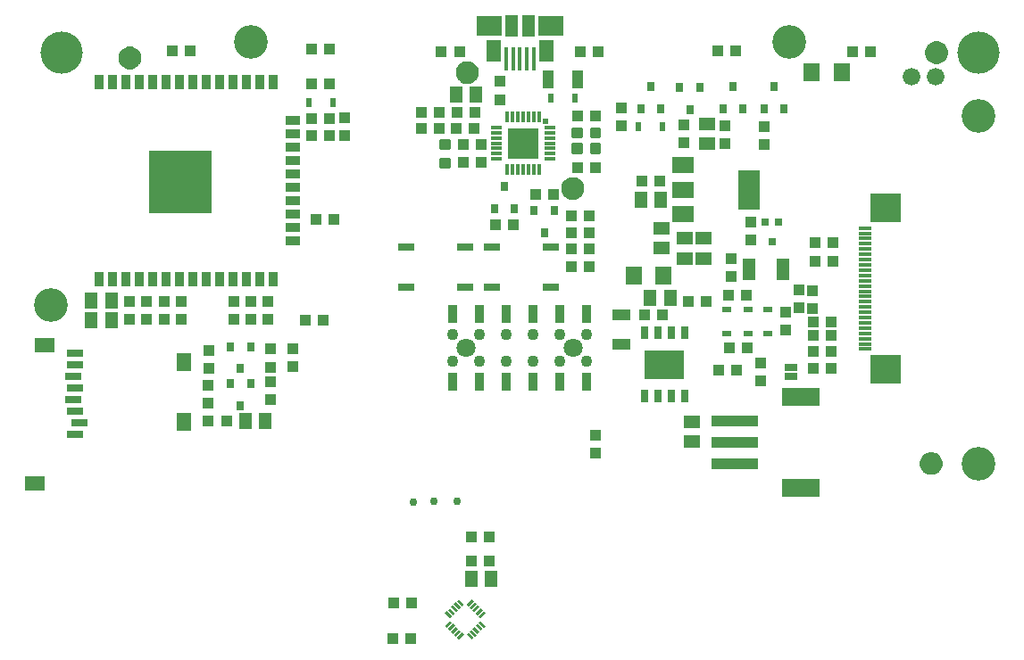
<source format=gts>
G75*
%MOIN*%
%OFA0B0*%
%FSLAX24Y24*%
%IPPOS*%
%LPD*%
%AMOC8*
5,1,8,0,0,1.08239X$1,22.5*
%
%ADD10C,0.1575*%
%ADD11C,0.1260*%
%ADD12C,0.0709*%
%ADD13R,0.0157X0.0413*%
%ADD14R,0.0197X0.0197*%
%ADD15R,0.1181X0.1181*%
%ADD16R,0.0413X0.0157*%
%ADD17R,0.0453X0.0827*%
%ADD18R,0.0177X0.0906*%
%ADD19R,0.0935X0.0748*%
%ADD20R,0.0581X0.0827*%
%ADD21R,0.0512X0.0591*%
%ADD22R,0.0394X0.0709*%
%ADD23R,0.0248X0.0327*%
%ADD24R,0.0315X0.0354*%
%ADD25R,0.0394X0.0433*%
%ADD26R,0.0433X0.0394*%
%ADD27R,0.0276X0.0276*%
%ADD28R,0.0327X0.0248*%
%ADD29R,0.0591X0.0512*%
%ADD30R,0.1181X0.1063*%
%ADD31R,0.0472X0.0118*%
%ADD32R,0.0472X0.0787*%
%ADD33R,0.0787X0.0591*%
%ADD34R,0.0787X0.1496*%
%ADD35R,0.0551X0.0709*%
%ADD36R,0.0748X0.0551*%
%ADD37R,0.0591X0.0315*%
%ADD38C,0.0118*%
%ADD39C,0.0050*%
%ADD40R,0.0354X0.0551*%
%ADD41R,0.0551X0.0354*%
%ADD42R,0.2362X0.2362*%
%ADD43R,0.0630X0.0710*%
%ADD44R,0.0709X0.0394*%
%ADD45R,0.1772X0.0394*%
%ADD46R,0.1417X0.0669*%
%ADD47C,0.0300*%
%ADD48C,0.0660*%
%ADD49R,0.0600X0.0300*%
%ADD50R,0.0354X0.0709*%
%ADD51C,0.0433*%
%ADD52R,0.0299X0.0500*%
%ADD53R,0.1457X0.1063*%
%ADD54R,0.0500X0.0250*%
%ADD55R,0.0100X0.0280*%
D10*
X003565Y037231D03*
X037817Y037231D03*
D11*
X037817Y034869D03*
X030731Y037624D03*
X037817Y021876D03*
X010652Y037624D03*
X003171Y027782D03*
D12*
X018691Y026207D03*
X022691Y026207D03*
D13*
X021400Y032851D03*
X021203Y032851D03*
X021006Y032851D03*
X020809Y032851D03*
X020612Y032851D03*
X020416Y032851D03*
X020219Y032851D03*
X020219Y034839D03*
X020416Y034839D03*
X020612Y034839D03*
X020809Y034839D03*
X021006Y034839D03*
X021203Y034839D03*
X021400Y034839D03*
D14*
X021637Y034673D03*
D15*
X020809Y033845D03*
D16*
X021803Y033845D03*
X021803Y034042D03*
X021803Y034239D03*
X021803Y034436D03*
X021803Y033648D03*
X021803Y033451D03*
X021803Y033254D03*
X019815Y033254D03*
X019815Y033451D03*
X019815Y033648D03*
X019815Y033845D03*
X019815Y034042D03*
X019815Y034239D03*
X019815Y034436D03*
D17*
X020386Y038215D03*
X020996Y038215D03*
D18*
X020947Y036995D03*
X020691Y036995D03*
X020435Y036995D03*
X020179Y036995D03*
X021203Y036995D03*
D19*
X021853Y038215D03*
X019530Y038215D03*
D20*
X019707Y037310D03*
X021675Y037310D03*
D21*
X019057Y035656D03*
X018309Y035656D03*
X025199Y031719D03*
X025947Y031719D03*
X026301Y028058D03*
X025553Y028058D03*
X019608Y017549D03*
X018860Y017549D03*
X011183Y023451D03*
X010435Y023451D03*
X005435Y027231D03*
X005435Y027979D03*
X004687Y027979D03*
X004687Y027231D03*
D22*
X021754Y036247D03*
X022857Y036247D03*
D23*
X022758Y035538D03*
X021853Y035538D03*
X025120Y034475D03*
X026026Y034475D03*
X013703Y035380D03*
X012797Y035380D03*
D24*
X019727Y031404D03*
X020475Y031404D03*
X021223Y031325D03*
X021971Y031325D03*
X021597Y030499D03*
X020101Y032231D03*
X025199Y035144D03*
X025947Y035144D03*
X025573Y035971D03*
X026656Y035932D03*
X027030Y035105D03*
X027404Y035932D03*
X028270Y035144D03*
X028644Y035971D03*
X029018Y035144D03*
X029805Y035144D03*
X030179Y035971D03*
X030553Y035144D03*
X010632Y026247D03*
X009884Y026247D03*
X010258Y025420D03*
X009884Y024869D03*
X010632Y024869D03*
X010258Y024042D03*
D25*
X015931Y015335D03*
X016601Y015335D03*
X018878Y019122D03*
X019548Y019122D03*
X012193Y025491D03*
X012193Y026160D03*
X011360Y024928D03*
X011360Y024258D03*
X007423Y027250D03*
X007423Y027920D03*
X006754Y027920D03*
X006124Y027920D03*
X006124Y027250D03*
X006754Y027250D03*
X013073Y031010D03*
X013742Y031010D03*
X013585Y034121D03*
X013585Y034750D03*
X012916Y034750D03*
X012916Y034121D03*
X014149Y034114D03*
X014149Y034784D03*
X017010Y034396D03*
X017679Y034396D03*
X018309Y034396D03*
X018979Y034396D03*
X019943Y035479D03*
X019943Y036148D03*
X022837Y034869D03*
X023506Y034869D03*
X023506Y032939D03*
X022837Y032939D03*
X021931Y031916D03*
X021262Y031916D03*
X020435Y030813D03*
X019766Y030813D03*
X022601Y031128D03*
X023270Y031128D03*
X023270Y029908D03*
X023270Y029239D03*
X022601Y029239D03*
X022601Y029908D03*
X026971Y027939D03*
X027640Y027939D03*
X028565Y028865D03*
X028565Y029534D03*
X030612Y027526D03*
X031101Y027691D03*
X031101Y028361D03*
X030612Y026857D03*
X028782Y025380D03*
X028112Y025380D03*
D26*
X028506Y026207D03*
X029175Y026207D03*
X029668Y025636D03*
X029668Y024967D03*
X031656Y025420D03*
X031656Y026050D03*
X032325Y026050D03*
X032325Y025420D03*
X032325Y026680D03*
X032325Y027152D03*
X031656Y027152D03*
X031656Y026680D03*
X031620Y027676D03*
X031620Y028345D03*
X031695Y029436D03*
X032364Y029436D03*
X032364Y030144D03*
X031695Y030144D03*
X029313Y030243D03*
X029313Y030912D03*
X029136Y028176D03*
X028467Y028176D03*
X026026Y027428D03*
X025357Y027428D03*
X023270Y030499D03*
X022601Y030499D03*
X025238Y032428D03*
X025908Y032428D03*
X026794Y033865D03*
X026794Y034534D03*
X028329Y034495D03*
X028329Y033825D03*
X029825Y033786D03*
X029825Y034455D03*
X028742Y037310D03*
X028073Y037310D03*
X024471Y035164D03*
X024471Y034495D03*
X023624Y037270D03*
X022955Y037270D03*
X019234Y033786D03*
X019234Y033117D03*
X018565Y033117D03*
X018565Y033786D03*
X018349Y034987D03*
X017679Y034987D03*
X017010Y034987D03*
X019018Y034987D03*
X018427Y037270D03*
X017758Y037270D03*
X013585Y037349D03*
X012916Y037349D03*
X012910Y036050D03*
X013579Y036050D03*
X008388Y037310D03*
X007719Y037310D03*
X008053Y027920D03*
X008053Y027250D03*
X009077Y026109D03*
X009077Y025439D03*
X009038Y024810D03*
X009038Y024140D03*
X009057Y023451D03*
X009727Y023451D03*
X011360Y025479D03*
X011360Y026148D03*
X011282Y027250D03*
X011282Y027920D03*
X010652Y027920D03*
X010022Y027920D03*
X010022Y027250D03*
X010652Y027250D03*
X012679Y027231D03*
X013349Y027231D03*
X018882Y018222D03*
X019551Y018222D03*
X016653Y016664D03*
X015984Y016664D03*
X023526Y022250D03*
X023526Y022920D03*
X033112Y037270D03*
X033782Y037270D03*
D27*
X030357Y030902D03*
X029845Y030902D03*
X030101Y030174D03*
D28*
X029943Y027644D03*
X029195Y027644D03*
X028408Y027644D03*
X028408Y026739D03*
X029195Y026739D03*
X029943Y026739D03*
D29*
X027542Y029534D03*
X026833Y029534D03*
X026833Y030282D03*
X027542Y030282D03*
X025967Y029928D03*
X025967Y030676D03*
X027660Y033825D03*
X027660Y034573D03*
X027109Y023432D03*
X027109Y022684D03*
D30*
X034345Y025388D03*
X034345Y031436D03*
D31*
X033565Y030676D03*
X033565Y030479D03*
X033565Y030282D03*
X033565Y030085D03*
X033565Y029888D03*
X033565Y029691D03*
X033565Y029495D03*
X033565Y029298D03*
X033565Y029101D03*
X033565Y028904D03*
X033565Y028707D03*
X033565Y028510D03*
X033565Y028313D03*
X033565Y028117D03*
X033565Y027920D03*
X033565Y027723D03*
X033565Y027526D03*
X033565Y027329D03*
X033565Y027132D03*
X033565Y026936D03*
X033565Y026739D03*
X033565Y026542D03*
X033565Y026345D03*
X033565Y026148D03*
D32*
X030494Y029121D03*
X029234Y029121D03*
D33*
X026774Y031207D03*
X026774Y032113D03*
X026774Y033018D03*
D34*
X029254Y032113D03*
D35*
X008132Y025676D03*
X008132Y023432D03*
D36*
X002955Y026306D03*
X002561Y021128D03*
D37*
X004077Y022963D03*
X004234Y023396D03*
X004077Y023829D03*
X003998Y024262D03*
X004077Y024695D03*
X003998Y025128D03*
X004077Y025561D03*
X004077Y025995D03*
D38*
X017758Y033244D02*
X018034Y033244D01*
X018034Y032968D01*
X017758Y032968D01*
X017758Y033244D01*
X017758Y033085D02*
X018034Y033085D01*
X018034Y033202D02*
X017758Y033202D01*
X017758Y033935D02*
X018034Y033935D01*
X018034Y033659D01*
X017758Y033659D01*
X017758Y033935D01*
X017758Y033776D02*
X018034Y033776D01*
X018034Y033893D02*
X017758Y033893D01*
X022964Y033786D02*
X022964Y033510D01*
X022688Y033510D01*
X022688Y033786D01*
X022964Y033786D01*
X022964Y033627D02*
X022688Y033627D01*
X022688Y033744D02*
X022964Y033744D01*
X022964Y034101D02*
X022964Y034377D01*
X022964Y034101D02*
X022688Y034101D01*
X022688Y034377D01*
X022964Y034377D01*
X022964Y034218D02*
X022688Y034218D01*
X022688Y034335D02*
X022964Y034335D01*
X023655Y034377D02*
X023655Y034101D01*
X023379Y034101D01*
X023379Y034377D01*
X023655Y034377D01*
X023655Y034218D02*
X023379Y034218D01*
X023379Y034335D02*
X023655Y034335D01*
X023655Y033786D02*
X023655Y033510D01*
X023379Y033510D01*
X023379Y033786D01*
X023655Y033786D01*
X023655Y033627D02*
X023379Y033627D01*
X023379Y033744D02*
X023655Y033744D01*
D39*
X022857Y032493D02*
X022794Y032522D01*
X022728Y032540D01*
X022660Y032546D01*
X022591Y032540D01*
X022525Y032522D01*
X022463Y032493D01*
X022407Y032454D01*
X022358Y032405D01*
X022319Y032349D01*
X022290Y032287D01*
X022272Y032220D01*
X022266Y032152D01*
X022272Y032084D01*
X022290Y032017D01*
X022319Y031955D01*
X022358Y031899D01*
X022407Y031850D01*
X022463Y031811D01*
X022525Y031782D01*
X022591Y031764D01*
X022660Y031758D01*
X022728Y031764D01*
X022794Y031782D01*
X022857Y031811D01*
X022913Y031850D01*
X022961Y031899D01*
X023001Y031955D01*
X023030Y032017D01*
X023047Y032084D01*
X023053Y032152D01*
X023047Y032220D01*
X023030Y032287D01*
X023001Y032349D01*
X022961Y032405D01*
X022913Y032454D01*
X022857Y032493D01*
X022839Y032501D02*
X022480Y032501D01*
X022406Y032453D02*
X022914Y032453D01*
X022962Y032404D02*
X022357Y032404D01*
X022323Y032356D02*
X022996Y032356D01*
X023020Y032307D02*
X022299Y032307D01*
X022282Y032259D02*
X023037Y032259D01*
X023048Y032210D02*
X022271Y032210D01*
X022267Y032162D02*
X023053Y032162D01*
X023050Y032113D02*
X022269Y032113D01*
X022277Y032065D02*
X023042Y032065D01*
X023029Y032016D02*
X022290Y032016D01*
X022313Y031968D02*
X023006Y031968D01*
X022975Y031919D02*
X022344Y031919D01*
X022386Y031871D02*
X022933Y031871D01*
X022872Y031822D02*
X022447Y031822D01*
X022556Y031774D02*
X022763Y031774D01*
X018976Y036181D02*
X019024Y036230D01*
X019064Y036286D01*
X019093Y036348D01*
X019110Y036414D01*
X019116Y036483D01*
X019110Y036551D01*
X019093Y036617D01*
X019064Y036680D01*
X019024Y036736D01*
X018976Y036784D01*
X018920Y036824D01*
X018857Y036853D01*
X018791Y036870D01*
X018723Y036876D01*
X018654Y036870D01*
X018588Y036853D01*
X018526Y036824D01*
X018470Y036784D01*
X018421Y036736D01*
X018382Y036680D01*
X018353Y036617D01*
X018335Y036551D01*
X018329Y036483D01*
X018335Y036414D01*
X018353Y036348D01*
X018382Y036286D01*
X018421Y036230D01*
X018470Y036181D01*
X018526Y036142D01*
X018588Y036113D01*
X018654Y036095D01*
X018723Y036089D01*
X018791Y036095D01*
X018857Y036113D01*
X018920Y036142D01*
X018976Y036181D01*
X018982Y036187D02*
X018464Y036187D01*
X018417Y036236D02*
X019028Y036236D01*
X019062Y036284D02*
X018383Y036284D01*
X018360Y036333D02*
X019085Y036333D01*
X019101Y036381D02*
X018344Y036381D01*
X018334Y036430D02*
X019112Y036430D01*
X019116Y036478D02*
X018329Y036478D01*
X018333Y036527D02*
X019113Y036527D01*
X019104Y036575D02*
X018341Y036575D01*
X018356Y036624D02*
X019090Y036624D01*
X019067Y036672D02*
X018378Y036672D01*
X018410Y036721D02*
X019035Y036721D01*
X018991Y036769D02*
X018454Y036769D01*
X018517Y036818D02*
X018928Y036818D01*
X018807Y036866D02*
X018638Y036866D01*
X018533Y036139D02*
X018913Y036139D01*
X018736Y036090D02*
X018710Y036090D01*
X006518Y037034D02*
X006512Y036966D01*
X006494Y036899D01*
X006465Y036837D01*
X006426Y036781D01*
X006377Y036732D01*
X006321Y036693D01*
X006259Y036664D01*
X006193Y036646D01*
X006124Y036640D01*
X006056Y036646D01*
X005990Y036664D01*
X005927Y036693D01*
X005871Y036732D01*
X005823Y036781D01*
X005783Y036837D01*
X005754Y036899D01*
X005737Y036966D01*
X005731Y037034D01*
X005737Y037102D01*
X005754Y037169D01*
X005783Y037231D01*
X005823Y037287D01*
X005871Y037336D01*
X005927Y037375D01*
X005990Y037404D01*
X006056Y037422D01*
X006124Y037428D01*
X006193Y037422D01*
X006259Y037404D01*
X006321Y037375D01*
X006377Y037336D01*
X006426Y037287D01*
X006465Y037231D01*
X006494Y037169D01*
X006512Y037102D01*
X006518Y037034D01*
X006516Y037012D02*
X005732Y037012D01*
X005733Y037060D02*
X006516Y037060D01*
X006510Y037109D02*
X005738Y037109D01*
X005751Y037157D02*
X006497Y037157D01*
X006477Y037206D02*
X005772Y037206D01*
X005800Y037254D02*
X006449Y037254D01*
X006410Y037303D02*
X005838Y037303D01*
X005894Y037351D02*
X006355Y037351D01*
X006268Y037400D02*
X005981Y037400D01*
X005737Y036963D02*
X006511Y036963D01*
X006498Y036915D02*
X005750Y036915D01*
X005770Y036866D02*
X006479Y036866D01*
X006452Y036818D02*
X005797Y036818D01*
X005834Y036769D02*
X006414Y036769D01*
X006361Y036721D02*
X005888Y036721D01*
X005972Y036672D02*
X006276Y036672D01*
X035849Y037231D02*
X035855Y037299D01*
X035872Y037365D01*
X035901Y037428D01*
X035941Y037484D01*
X035989Y037532D01*
X036046Y037572D01*
X036108Y037601D01*
X036174Y037619D01*
X036242Y037624D01*
X036311Y037619D01*
X036377Y037601D01*
X036439Y037572D01*
X036495Y037532D01*
X036544Y037484D01*
X036583Y037428D01*
X036612Y037365D01*
X036630Y037299D01*
X036636Y037231D01*
X036630Y037162D01*
X036612Y037096D01*
X036583Y037034D01*
X036544Y036978D01*
X036495Y036929D01*
X036439Y036890D01*
X036377Y036861D01*
X036311Y036843D01*
X036242Y036837D01*
X036174Y036843D01*
X036108Y036861D01*
X036046Y036890D01*
X035989Y036929D01*
X035941Y036978D01*
X035901Y037034D01*
X035872Y037096D01*
X035855Y037162D01*
X035849Y037231D01*
X035851Y037254D02*
X036634Y037254D01*
X036634Y037206D02*
X035851Y037206D01*
X035856Y037157D02*
X036629Y037157D01*
X036616Y037109D02*
X035869Y037109D01*
X035889Y037060D02*
X036596Y037060D01*
X036568Y037012D02*
X035917Y037012D01*
X035955Y036963D02*
X036529Y036963D01*
X036475Y036915D02*
X036010Y036915D01*
X036096Y036866D02*
X036388Y036866D01*
X036629Y037303D02*
X035856Y037303D01*
X035869Y037351D02*
X036616Y037351D01*
X036596Y037400D02*
X035888Y037400D01*
X035916Y037448D02*
X036569Y037448D01*
X036531Y037497D02*
X035954Y037497D01*
X036008Y037545D02*
X036477Y037545D01*
X036392Y037594D02*
X036093Y037594D01*
X036046Y022270D02*
X035977Y022264D01*
X035911Y022246D01*
X035849Y022217D01*
X035792Y022178D01*
X035744Y022130D01*
X035705Y022073D01*
X035676Y022011D01*
X035658Y021945D01*
X035652Y021876D01*
X035658Y021808D01*
X035676Y021742D01*
X035705Y021680D01*
X035744Y021623D01*
X035792Y021575D01*
X035849Y021536D01*
X035911Y021506D01*
X035977Y021489D01*
X036046Y021483D01*
X036114Y021489D01*
X036180Y021506D01*
X036242Y021536D01*
X036299Y021575D01*
X036347Y021623D01*
X036386Y021680D01*
X036415Y021742D01*
X036433Y021808D01*
X036439Y021876D01*
X036433Y021945D01*
X036415Y022011D01*
X036386Y022073D01*
X036347Y022130D01*
X036299Y022178D01*
X036242Y022217D01*
X036180Y022246D01*
X036114Y022264D01*
X036046Y022270D01*
X036075Y022268D02*
X036016Y022268D01*
X035852Y022219D02*
X036239Y022219D01*
X036306Y022171D02*
X035785Y022171D01*
X035739Y022122D02*
X036352Y022122D01*
X036386Y022074D02*
X035705Y022074D01*
X035682Y022025D02*
X036409Y022025D01*
X036425Y021977D02*
X035666Y021977D01*
X035656Y021928D02*
X036435Y021928D01*
X036439Y021880D02*
X035652Y021880D01*
X035656Y021831D02*
X036435Y021831D01*
X036426Y021783D02*
X035665Y021783D01*
X035679Y021734D02*
X036412Y021734D01*
X036389Y021686D02*
X035702Y021686D01*
X035734Y021637D02*
X036357Y021637D01*
X036312Y021589D02*
X035779Y021589D01*
X035842Y021540D02*
X036249Y021540D01*
X036125Y021492D02*
X035966Y021492D01*
D40*
X011486Y028758D03*
X010986Y028758D03*
X010486Y028758D03*
X009986Y028758D03*
X009486Y028758D03*
X008986Y028758D03*
X008486Y028758D03*
X007986Y028758D03*
X007486Y028758D03*
X006986Y028758D03*
X006486Y028758D03*
X005986Y028758D03*
X005486Y028758D03*
X004986Y028758D03*
X004986Y036121D03*
X005486Y036121D03*
X005986Y036121D03*
X006486Y036121D03*
X006986Y036121D03*
X007486Y036121D03*
X007986Y036121D03*
X008486Y036121D03*
X008986Y036121D03*
X009486Y036121D03*
X009986Y036121D03*
X010486Y036121D03*
X010986Y036121D03*
X011486Y036121D03*
D41*
X012195Y034687D03*
X012195Y034187D03*
X012195Y033687D03*
X012195Y033187D03*
X012195Y032687D03*
X012195Y032187D03*
X012195Y031687D03*
X012195Y031187D03*
X012195Y030687D03*
X012195Y030187D03*
D42*
X008014Y032388D03*
D43*
X024934Y028884D03*
X026054Y028884D03*
X031588Y036483D03*
X032708Y036483D03*
D44*
X024471Y027428D03*
X024471Y026325D03*
D45*
X028723Y023451D03*
X028723Y022664D03*
X028723Y021876D03*
D46*
X031183Y020951D03*
X031183Y024376D03*
X031183Y024376D03*
D47*
X018329Y020452D03*
X017489Y020455D03*
X016717Y020442D03*
D48*
X035301Y036317D03*
X036219Y036325D03*
D49*
X021831Y029949D03*
X021831Y028449D03*
X019631Y028449D03*
X018642Y028449D03*
X018642Y029949D03*
X019631Y029949D03*
X016442Y029949D03*
X016442Y028449D03*
D50*
X018191Y027467D03*
X019191Y027467D03*
X020191Y027467D03*
X021191Y027467D03*
X022191Y027467D03*
X023191Y027467D03*
X023191Y024947D03*
X022191Y024947D03*
X021191Y024947D03*
X020191Y024947D03*
X019191Y024947D03*
X018191Y024947D03*
D51*
X018191Y025707D03*
X018191Y026707D03*
X019191Y026707D03*
X019191Y025707D03*
X020191Y025707D03*
X020191Y026707D03*
X021191Y026707D03*
X021191Y025707D03*
X022191Y025707D03*
X022191Y026707D03*
X023191Y026707D03*
X023191Y025707D03*
D52*
X025335Y026772D03*
X025835Y026772D03*
X026335Y026772D03*
X026835Y026772D03*
X026835Y024382D03*
X026335Y024382D03*
X025835Y024382D03*
X025335Y024382D03*
D53*
X026085Y025577D03*
D54*
X030809Y025479D03*
X030809Y025124D03*
D55*
G36*
X019331Y016367D02*
X019402Y016296D01*
X019205Y016099D01*
X019134Y016170D01*
X019331Y016367D01*
G37*
G36*
X019225Y016473D02*
X019296Y016402D01*
X019099Y016205D01*
X019028Y016276D01*
X019225Y016473D01*
G37*
G36*
X019112Y016586D02*
X019183Y016515D01*
X018986Y016318D01*
X018915Y016389D01*
X019112Y016586D01*
G37*
G36*
X018998Y016699D02*
X019069Y016628D01*
X018872Y016431D01*
X018801Y016502D01*
X018998Y016699D01*
G37*
G36*
X018892Y016806D02*
X018963Y016735D01*
X018766Y016538D01*
X018695Y016609D01*
X018892Y016806D01*
G37*
G36*
X018328Y016735D02*
X018399Y016806D01*
X018596Y016609D01*
X018525Y016538D01*
X018328Y016735D01*
G37*
G36*
X018222Y016628D02*
X018293Y016699D01*
X018490Y016502D01*
X018419Y016431D01*
X018222Y016628D01*
G37*
G36*
X018108Y016515D02*
X018179Y016586D01*
X018376Y016389D01*
X018305Y016318D01*
X018108Y016515D01*
G37*
G36*
X017995Y016402D02*
X018066Y016473D01*
X018263Y016276D01*
X018192Y016205D01*
X017995Y016402D01*
G37*
G36*
X017889Y016296D02*
X017960Y016367D01*
X018157Y016170D01*
X018086Y016099D01*
X017889Y016296D01*
G37*
G36*
X018086Y015999D02*
X018157Y015928D01*
X017960Y015731D01*
X017889Y015802D01*
X018086Y015999D01*
G37*
G36*
X018192Y015893D02*
X018263Y015822D01*
X018066Y015625D01*
X017995Y015696D01*
X018192Y015893D01*
G37*
G36*
X018305Y015780D02*
X018376Y015709D01*
X018179Y015512D01*
X018108Y015583D01*
X018305Y015780D01*
G37*
G36*
X018419Y015667D02*
X018490Y015596D01*
X018293Y015399D01*
X018222Y015470D01*
X018419Y015667D01*
G37*
G36*
X018525Y015561D02*
X018596Y015490D01*
X018399Y015293D01*
X018328Y015364D01*
X018525Y015561D01*
G37*
G36*
X018695Y015490D02*
X018766Y015561D01*
X018963Y015364D01*
X018892Y015293D01*
X018695Y015490D01*
G37*
G36*
X018801Y015596D02*
X018872Y015667D01*
X019069Y015470D01*
X018998Y015399D01*
X018801Y015596D01*
G37*
G36*
X018915Y015709D02*
X018986Y015780D01*
X019183Y015583D01*
X019112Y015512D01*
X018915Y015709D01*
G37*
G36*
X019028Y015822D02*
X019099Y015893D01*
X019296Y015696D01*
X019225Y015625D01*
X019028Y015822D01*
G37*
G36*
X019134Y015928D02*
X019205Y015999D01*
X019402Y015802D01*
X019331Y015731D01*
X019134Y015928D01*
G37*
M02*

</source>
